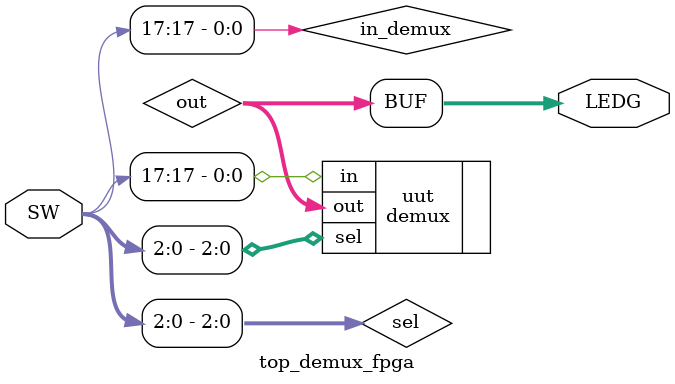
<source format=v>
/*Este modulo se debugea directamente en la FPGA para observar el "demultiplexor"
esta haciendo uso del archivo demux.v*/

/*This module is part from demux functionaly allow the main 
	functionality in the fpga instance
Was did by: Team14: Alonso Emmanuel Lopez Macias & Cesar Eduardo Inda Ceniceros
*/

module top_demux_fpga(
    input  wire [17:0] SW,
    output wire [7:0] LEDG
);

    wire [2:0] sel = SW[2:0];
    wire in_demux = SW[17];
    wire [7:0] out;

    demux #(.WIDTH(1), .CHANNELS(8)) uut (
        .in(in_demux),
        .sel(sel),
        .out(out)
    );

    assign LEDG = out;

endmodule

</source>
